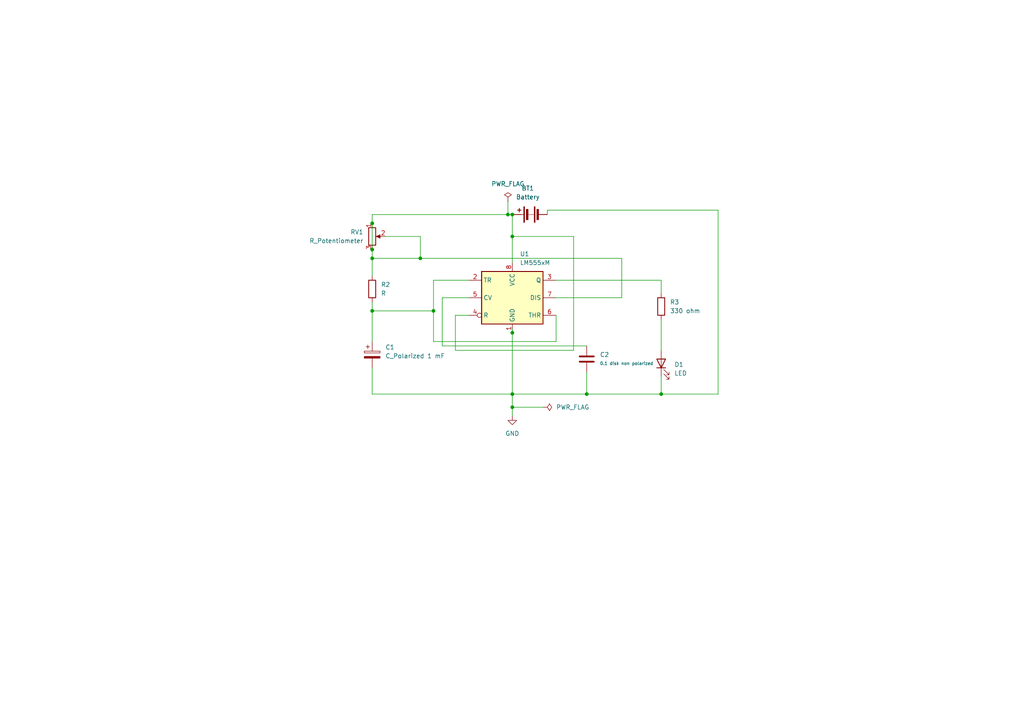
<source format=kicad_sch>
(kicad_sch (version 20231120) (generator "eeschema") (generator_version "8.0")
  (paper "A4")
  (lib_symbols
    (symbol "Device:Battery" (pin_numbers hide) (pin_names (offset 0) hide)
      (property "Reference" "BT" (at 2.54 2.54 0))
      (property "Value" "Battery" (at 2.54 0 0))
      (symbol "Battery_0_1"
        (rectangle (start -2.286 -1.27) (end 2.286 -1.524) (fill (type outline)))
        (rectangle (start -2.286 1.778) (end 2.286 1.524) (fill (type outline)))
        (rectangle (start -1.524 -2.032) (end 1.524 -2.54) (fill (type outline)))
        (rectangle (start -1.524 1.016) (end 1.524 0.508) (fill (type outline)))
        (polyline (pts (xy 0 -1.016) (xy 0 -0.762)))
        (polyline (pts (xy 0 -0.508) (xy 0 -0.254)))
        (polyline (pts (xy 0 0) (xy 0 0.254)))
        (polyline (pts (xy 0 1.778) (xy 0 2.54)))
        (polyline (pts (xy 0.762 3.048) (xy 1.778 3.048)) (stroke (width 0.254)))
        (polyline (pts (xy 1.27 3.556) (xy 1.27 2.54)) (stroke (width 0.254)))
      )
      (symbol "Battery_1_1"
        (pin passive line (at 0 5.08 270) (length 2.54) (name "+") (number "1"))
        (pin passive line (at 0 -5.08 90) (length 2.54) (name "-") (number "2"))
      )
    )
    (symbol "Device:C" (pin_numbers hide) (pin_names (offset 0.254))
      (property "Reference" "C" (at 0.635 2.54 0))
      (property "Value" "C" (at 0.635 -2.54 0))
      (symbol "C_0_1"
        (polyline (pts (xy -2.032 -0.762) (xy 2.032 -0.762)) (stroke (width 0.508)))
        (polyline (pts (xy -2.032 0.762) (xy 2.032 0.762)) (stroke (width 0.508)))
      )
      (symbol "C_1_1"
        (pin passive line (at 0 3.81 270) (length 2.794) (name "~") (number "1"))
        (pin passive line (at 0 -3.81 90) (length 2.794) (name "~") (number "2"))
      )
    )
    (symbol "Device:C_Polarized" (pin_numbers hide) (pin_names (offset 0.254))
      (property "Reference" "C" (at 0.635 2.54 0))
      (property "Value" "C_Polarized" (at 0.635 -2.54 0))
      (symbol "C_Polarized_0_1"
        (rectangle (start -2.286 0.508) (end 2.286 1.016))
        (polyline (pts (xy -1.778 2.286) (xy -0.762 2.286)))
        (polyline (pts (xy -1.27 2.794) (xy -1.27 1.778)))
        (rectangle (start 2.286 -0.508) (end -2.286 -1.016) (fill (type outline)))
      )
      (symbol "C_Polarized_1_1"
        (pin passive line (at 0 3.81 270) (length 2.794) (name "~") (number "1"))
        (pin passive line (at 0 -3.81 90) (length 2.794) (name "~") (number "2"))
      )
    )
    (symbol "Device:LED" (pin_numbers hide) (pin_names (offset 1.016) hide)
      (property "Reference" "D" (at 0 2.54 0))
      (property "Value" "LED" (at 0 -2.54 0))
      (symbol "LED_0_1"
        (polyline (pts (xy -1.27 -1.27) (xy -1.27 1.27)) (stroke (width 0.254)))
        (polyline (pts (xy -1.27 0) (xy 1.27 0)))
        (polyline (pts (xy 1.27 -1.27) (xy 1.27 1.27) (xy -1.27 0) (xy 1.27 -1.27)) (stroke (width 0.254)))
        (polyline (pts (xy -3.048 -0.762) (xy -4.572 -2.286) (xy -3.81 -2.286) (xy -4.572 -2.286) (xy -4.572 -1.524)))
        (polyline (pts (xy -1.778 -0.762) (xy -3.302 -2.286) (xy -2.54 -2.286) (xy -3.302 -2.286) (xy -3.302 -1.524)))
      )
      (symbol "LED_1_1"
        (pin passive line (at -3.81 0 0) (length 2.54) (name "K") (number "1"))
        (pin passive line (at 3.81 0 180) (length 2.54) (name "A") (number "2"))
      )
    )
    (symbol "Device:R" (pin_numbers hide) (pin_names (offset 0))
      (property "Reference" "R" (at 2.032 0 90))
      (property "Value" "R" (at 0 0 90))
      (symbol "R_0_1"
        (rectangle (start -1.016 -2.54) (end 1.016 2.54) (stroke (width 0.254)))
      )
      (symbol "R_1_1"
        (pin passive line (at 0 3.81 270) (length 1.27) (name "~") (number "1"))
        (pin passive line (at 0 -3.81 90) (length 1.27) (name "~") (number "2"))
      )
    )
    (symbol "Device:R_Potentiometer" (pin_names (offset 1.016) hide)
      (property "Reference" "RV" (at -4.445 0 90))
      (property "Value" "R_Potentiometer" (at -2.54 0 90))
      (symbol "R_Potentiometer_0_1"
        (polyline (pts (xy 2.54 0) (xy 1.524 0)))
        (polyline (pts (xy 1.143 0) (xy 2.286 0.508) (xy 2.286 -0.508) (xy 1.143 0)) (fill (type outline)))
        (rectangle (start 1.016 2.54) (end -1.016 -2.54) (stroke (width 0.254)))
      )
      (symbol "R_Potentiometer_1_1"
        (pin passive line (at 0 3.81 270) (length 1.27) (name "1") (number "1"))
        (pin passive line (at 3.81 0 180) (length 1.27) (name "2") (number "2"))
        (pin passive line (at 0 -3.81 90) (length 1.27) (name "3") (number "3"))
      )
    )
    (symbol "Timer:LM555xM"
      (property "Reference" "U" (at -10.16 8.89 0))
      (property "Value" "LM555xM" (at 2.54 8.89 0))
      (symbol "LM555xM_0_0"
        (pin power_in line (at 0 -10.16 90) (length 2.54) (name "GND") (number "1"))
        (pin power_in line (at 0 10.16 270) (length 2.54) (name "VCC") (number "8"))
      )
      (symbol "LM555xM_0_1"
        (rectangle (start -8.89 -7.62) (end 8.89 7.62) (stroke (width 0.254)) (fill (type background)))
        (rectangle (start -8.89 -7.62) (end 8.89 7.62) (stroke (width 0.254)) (fill (type background)))
      )
      (symbol "LM555xM_1_1"
        (pin input line (at -12.7 5.08 0) (length 3.81) (name "TR") (number "2"))
        (pin output line (at 12.7 5.08 180) (length 3.81) (name "Q") (number "3"))
        (pin input inverted (at -12.7 -5.08 0) (length 3.81) (name "R") (number "4"))
        (pin input line (at -12.7 0 0) (length 3.81) (name "CV") (number "5"))
        (pin input line (at 12.7 -5.08 180) (length 3.81) (name "THR") (number "6"))
        (pin input line (at 12.7 0 180) (length 3.81) (name "DIS") (number "7"))
      )
    )
    (symbol "power:GND" (power) (pin_numbers hide) (pin_names (offset 0) hide)
      (property "Value" "GND" (at 0 -3.81 0))
      (symbol "GND_0_1"
        (polyline (pts (xy 0 0) (xy 0 -1.27) (xy 1.27 -1.27) (xy 0 -2.54) (xy -1.27 -1.27) (xy 0 -1.27)))
      )
      (symbol "GND_1_1"
        (pin power_in line (at 0 0 270) (length 0) (name "~") (number "1"))
      )
    )
    (symbol "power:PWR_FLAG" (power) (pin_numbers hide) (pin_names (offset 0) hide)
      (property "Value" "PWR_FLAG" (at 0 3.81 0))
      (symbol "PWR_FLAG_0_0"
        (pin power_out line (at 0 0 90) (length 0) (name "~") (number "1"))
      )
      (symbol "PWR_FLAG_0_1"
        (polyline (pts (xy 0 0) (xy 0 1.27) (xy -1.016 1.905) (xy 0 2.54) (xy 1.016 1.905) (xy 0 1.27)))
      )
    )
  )
  (junction (at 107.95 90.17))
  (junction (at 148.59 96.52))
  (junction (at 170.18 114.3))
  (junction (at 107.95 74.93))
  (junction (at 191.77 114.3))
  (junction (at 107.95 72.39))
  (junction (at 107.95 64.77))
  (junction (at 148.59 118.11))
  (junction (at 148.59 62.23))
  (junction (at 147.32 62.23))
  (junction (at 148.59 68.58))
  (junction (at 125.73 90.17))
  (junction (at 148.59 114.3))
  (junction (at 121.92 74.93))
  (wire (pts (xy 191.77 114.3) (xy 208.28 114.3)))
  (wire (pts (xy 107.95 90.17) (xy 125.73 90.17)))
  (wire (pts (xy 208.28 60.96) (xy 158.75 60.96)))
  (wire (pts (xy 107.95 74.93) (xy 107.95 80.01)))
  (wire (pts (xy 147.32 62.23) (xy 107.95 62.23)))
  (wire (pts (xy 121.92 74.93) (xy 107.95 74.93)))
  (wire (pts (xy 161.29 86.36) (xy 180.34 86.36)))
  (wire (pts (xy 191.77 109.22) (xy 191.77 114.3)))
  (wire (pts (xy 148.59 68.58) (xy 148.59 76.2)))
  (wire (pts (xy 132.08 101.6) (xy 166.37 101.6)))
  (wire (pts (xy 107.95 106.68) (xy 107.95 114.3)))
  (wire (pts (xy 170.18 114.3) (xy 191.77 114.3)))
  (wire (pts (xy 180.34 74.93) (xy 121.92 74.93)))
  (wire (pts (xy 191.77 92.71) (xy 191.77 101.6)))
  (wire (pts (xy 148.59 95.25) (xy 148.59 96.52)))
  (wire (pts (xy 166.37 68.58) (xy 148.59 68.58)))
  (wire (pts (xy 125.73 99.06) (xy 161.29 99.06)))
  (wire (pts (xy 208.28 114.3) (xy 208.28 60.96)))
  (wire (pts (xy 148.59 62.23) (xy 148.59 68.58)))
  (wire (pts (xy 135.89 86.36) (xy 128.27 86.36)))
  (wire (pts (xy 128.27 86.36) (xy 128.27 100.33)))
  (wire (pts (xy 125.73 81.28) (xy 125.73 90.17)))
  (wire (pts (xy 107.95 87.63) (xy 107.95 90.17)))
  (wire (pts (xy 148.59 114.3) (xy 170.18 114.3)))
  (wire (pts (xy 107.95 64.77) (xy 107.95 72.39)))
  (wire (pts (xy 180.34 86.36) (xy 180.34 74.93)))
  (wire (pts (xy 107.95 114.3) (xy 148.59 114.3)))
  (wire (pts (xy 132.08 91.44) (xy 132.08 101.6)))
  (wire (pts (xy 158.75 60.96) (xy 158.75 62.23)))
  (wire (pts (xy 148.59 62.23) (xy 147.32 62.23)))
  (wire (pts (xy 135.89 91.44) (xy 132.08 91.44)))
  (wire (pts (xy 148.59 96.52) (xy 148.59 114.3)))
  (wire (pts (xy 161.29 81.28) (xy 191.77 81.28)))
  (wire (pts (xy 170.18 107.95) (xy 170.18 114.3)))
  (wire (pts (xy 166.37 101.6) (xy 166.37 68.58)))
  (wire (pts (xy 148.59 118.11) (xy 157.48 118.11)))
  (wire (pts (xy 147.32 58.42) (xy 147.32 62.23)))
  (wire (pts (xy 135.89 81.28) (xy 125.73 81.28)))
  (wire (pts (xy 128.27 100.33) (xy 170.18 100.33)))
  (wire (pts (xy 107.95 90.17) (xy 107.95 99.06)))
  (wire (pts (xy 125.73 90.17) (xy 125.73 99.06)))
  (wire (pts (xy 111.76 68.58) (xy 121.92 68.58)))
  (wire (pts (xy 107.95 62.23) (xy 107.95 64.77)))
  (wire (pts (xy 161.29 91.44) (xy 161.29 99.06)))
  (wire (pts (xy 191.77 81.28) (xy 191.77 85.09)))
  (wire (pts (xy 148.59 118.11) (xy 148.59 120.65)))
  (wire (pts (xy 148.59 114.3) (xy 148.59 118.11)))
  (wire (pts (xy 107.95 72.39) (xy 107.95 74.93)))
  (wire (pts (xy 121.92 68.58) (xy 121.92 74.93)))
  (symbol (lib_id "Timer:LM555xM") (at 148.59 86.36 0) (unit 1)
    (property "Reference" "U1" (at 150.7841 73.66 0) (effects (justify left)))
    (property "Value" "LM555xM" (at 150.7841 76.2 0) (effects (justify left)))
    (property "Footprint" "Package_SO:SOIC-8_3.9x4.9mm_P1.27mm" (effects (hide yes)))
    (property "Datasheet" "http://www.ti.com/lit/ds/symlink/lm555.pdf" (effects (hide yes)))
    (property "Description" "Timer, 555 compatible, SOIC-8" (effects (hide yes)))
  )
  (symbol (lib_id "Device:R_Potentiometer") (at 107.95 68.58 0) (unit 1)
    (property "Reference" "RV1" (at 105.41 67.3099 0) (effects (justify right)))
    (property "Value" "R_Potentiometer" (at 105.41 69.8499 0) (effects (justify right)))
    (property "Footprint" "Potentiometer_THT:Potentiometer_ACP_CA6-H2,5_Horizontal" (effects (hide yes)))
    (property "Description" "Potentiometer" (effects (hide yes)))
  )
  (symbol (lib_id "Device:LED") (at 191.77 105.41 90) (unit 1)
    (property "Reference" "D1" (at 195.58 105.7274 90) (effects (justify right)))
    (property "Value" "LED" (at 195.58 108.2674 90) (effects (justify right)))
    (property "Footprint" "LED_THT:LED_D3.0mm" (effects (hide yes)))
    (property "Description" "Light emitting diode" (effects (hide yes)))
  )
  (symbol (lib_id "Device:Battery") (at 153.67 62.23 90) (unit 1)
    (property "Reference" "BT1" (at 153.0985 54.61 90))
    (property "Value" "Battery" (at 153.0985 57.15 90))
    (property "Footprint" "Battery:BatteryHolder_Keystone_2468_2xAAA" (effects (hide yes)))
    (property "Description" "Multiple-cell battery" (effects (hide yes)))
  )
  (symbol (lib_id "Device:R") (at 191.77 88.9 0) (unit 1)
    (property "Reference" "R3" (at 194.31 87.6299 0) (effects (justify left)))
    (property "Value" "330 ohm" (at 194.31 90.1699 0) (effects (justify left)))
    (property "Footprint" "Resistor_THT:R_Axial_DIN0204_L3.6mm_D1.6mm_P5.08mm_Horizontal" (effects (hide yes)))
    (property "Description" "Resistor" (effects (hide yes)))
  )
  (symbol (lib_id "Device:R") (at 107.95 83.82 0) (unit 1)
    (property "Reference" "R2" (at 110.49 82.5499 0) (effects (justify left)))
    (property "Value" "R" (at 110.49 85.0899 0) (effects (justify left)))
    (property "Footprint" "Resistor_THT:R_Axial_DIN0204_L3.6mm_D1.6mm_P5.08mm_Vertical" (effects (hide yes)))
    (property "Description" "Resistor" (effects (hide yes)))
  )
  (symbol (lib_id "power:PWR_FLAG") (at 147.32 58.42 0) (unit 1)
    (property "Reference" "#FLG01" (effects (hide yes)))
    (property "Value" "PWR_FLAG" (at 147.32 53.34 0))
    (property "Description" "Special symbol for telling ERC where power comes from" (effects (hide yes)))
  )
  (symbol (lib_id "power:PWR_FLAG") (at 157.48 118.11 270) (unit 1)
    (property "Reference" "#FLG02" (effects (hide yes)))
    (property "Value" "PWR_FLAG" (at 161.29 118.1099 90) (effects (justify left)))
    (property "Description" "Special symbol for telling ERC where power comes from" (effects (hide yes)))
  )
  (symbol (lib_id "power:GND") (at 148.59 120.65 0) (unit 1)
    (property "Reference" "#PWR01" (effects (hide yes)))
    (property "Value" "GND" (at 148.59 125.73 0))
    (property "Description" "Power symbol creates a global label with name \"GND\" , ground" (effects (hide yes)))
  )
  (symbol (lib_id "Device:C") (at 170.18 104.14 0) (unit 1)
    (property "Reference" "C2" (at 173.99 102.8699 0) (effects (justify left)))
    (property "Value" "0.1 disk non polarized" (at 173.99 105.41 0) (effects (font (size 0.889 0.889)) (justify left)))
    (property "Footprint" "Capacitor_THT:C_Axial_L3.8mm_D2.6mm_P10.00mm_Horizontal" (effects (hide yes)))
    (property "Description" "Unpolarized capacitor" (effects (hide yes)))
  )
  (symbol (lib_id "Device:C_Polarized") (at 107.95 102.87 0) (unit 1)
    (property "Reference" "C1" (at 111.76 100.7109 0) (effects (justify left)))
    (property "Value" "C_Polarized 1 mF" (at 111.76 103.2509 0) (effects (justify left)))
    (property "Footprint" "Capacitor_Tantalum_SMD:CP_EIA-1608-08_AVX-J_Pad1.25x1.05mm_HandSolder" (effects (hide yes)))
    (property "Description" "Polarized capacitor" (effects (hide yes)))
  )
)
</source>
